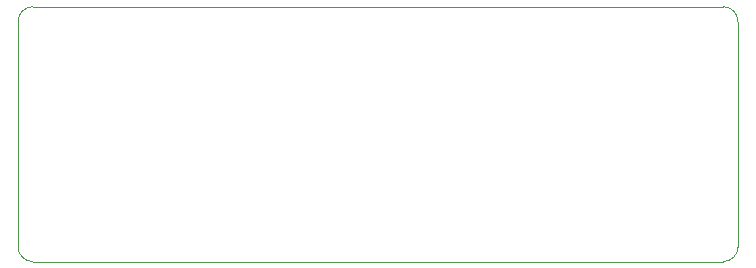
<source format=gbr>
%TF.GenerationSoftware,KiCad,Pcbnew,(5.1.12)-1*%
%TF.CreationDate,2023-01-21T14:52:04-05:00*%
%TF.ProjectId,Irrigation,49727269-6761-4746-996f-6e2e6b696361,rev?*%
%TF.SameCoordinates,Original*%
%TF.FileFunction,Profile,NP*%
%FSLAX46Y46*%
G04 Gerber Fmt 4.6, Leading zero omitted, Abs format (unit mm)*
G04 Created by KiCad (PCBNEW (5.1.12)-1) date 2023-01-21 14:52:04*
%MOMM*%
%LPD*%
G01*
G04 APERTURE LIST*
%TA.AperFunction,Profile*%
%ADD10C,0.001270*%
%TD*%
G04 APERTURE END LIST*
D10*
X118618000Y-114554000D02*
G75*
G02*
X119888000Y-113284000I1270000J0D01*
G01*
X119888000Y-134874000D02*
G75*
G02*
X118618000Y-133604000I0J1270000D01*
G01*
X179578000Y-133604000D02*
G75*
G02*
X178308000Y-134874000I-1270000J0D01*
G01*
X178308000Y-113284000D02*
G75*
G02*
X179578000Y-114554000I0J-1270000D01*
G01*
X179578000Y-114554000D02*
X179578000Y-133604000D01*
X119888000Y-113284000D02*
X178308000Y-113284000D01*
X118618000Y-133604000D02*
X118618000Y-114554000D01*
X178308000Y-134874000D02*
X119888000Y-134874000D01*
M02*

</source>
